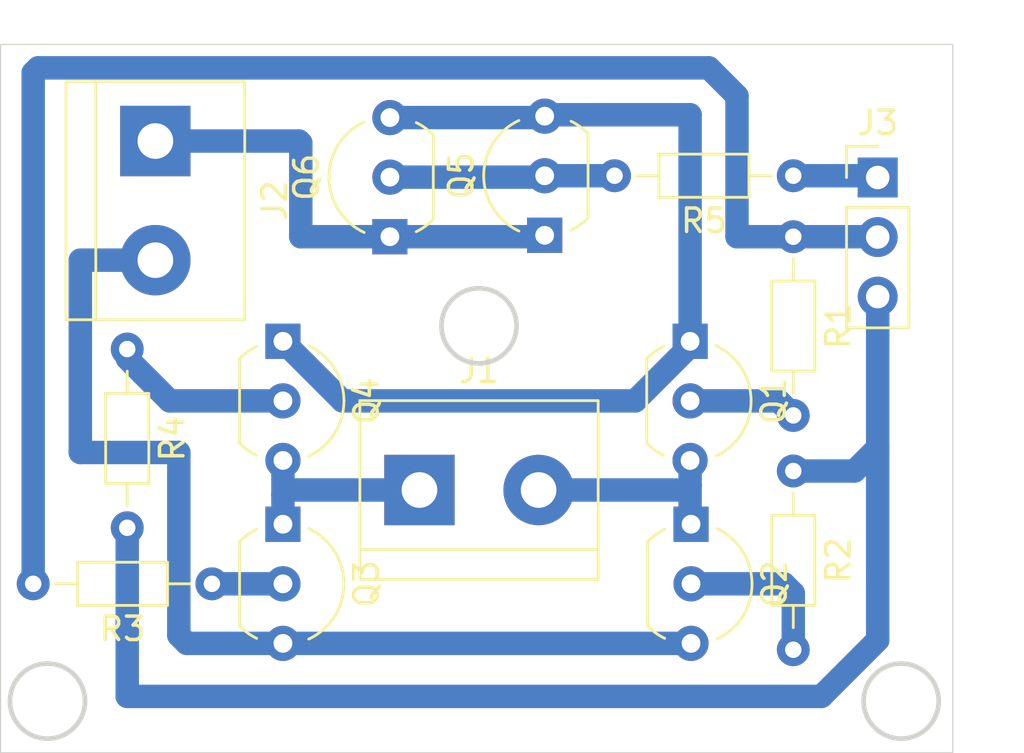
<source format=kicad_pcb>
(kicad_pcb (version 20240108) (generator "pcbnew") (generator_version "8.0")
  (layers (0 "F.Cu" signal) (31 "B.Cu" signal) (34 "B.Paste" user) (35 "F.Paste" user) (36 "B.SilkS" user "B.Silkscreen") (37 "F.SilkS" user "F.Silkscreen") (38 "B.Mask" user) (39 "F.Mask" user) (44 "Edge.Cuts" user))
  (net 0 "")
  (net 1 "Net-(J1-Pin_2)")
  (net 2 "Net-(J1-Pin_1)")
  (net 3 "VCC")
  (net 4 "GND")
  (net 5 "Net-(Q1-C)")
  (net 6 "Net-(Q1-B)")
  (net 7 "Net-(Q2-B)")
  (net 8 "Net-(Q3-B)")
  (net 9 "Net-(Q4-B)")
  (net 10 "Net-(Q5-B)")
  (net 11 "IN1")
  (net 12 "IN2")
  (net 13 "PWM")
  (footprint "Package_TO_SOT_THT:TO-92_Inline_Wide" (layer "F.Cu") (at 142.64 127.86 -90)
    (property "Reference" "Q3" (at 2.54 -3.56 90) (layer "F.SilkS"))
    (property "Value" "BC547")
    (fp_line (start 0.74 1.85) (end 4.34 1.85) (stroke (width 0.12)) (layer "F.SilkS"))
    (fp_arc (start 0.74 1.85) (mid 0.446097 1.509328) (end 0.215816 1.122795) (stroke (width 0.12)) (layer "F.SilkS"))
    (fp_arc (start 4.864184 1.122795) (mid 4.633903 1.509328) (end 4.34 1.85) (stroke (width 0.12)) (layer "F.SilkS"))
    (fp_arc (start 0.1836 -1.098807) (mid 1.143021 -2.192817) (end 2.54 -2.6) (stroke (width 0.12)) (layer "F.SilkS"))
    (fp_arc (start 2.54 -2.6) (mid 3.936979 -2.192818) (end 4.8964 -1.098807) (stroke (width 0.12)) (layer "F.SilkS"))
    (pad "1" thru_hole rect (at 0 0 270) (size 1.5 1.5) (drill 0.8) (layers "*.Cu" "*.Mask") (net 2 "Net-(J1-Pin_1)"))
    (pad "2" thru_hole circle (at 2.54 0 270) (size 1.5 1.5) (drill 0.8) (layers "*.Cu" "*.Mask") (net 8 "Net-(Q3-B)"))
    (pad "3" thru_hole circle (at 5.08 0 270) (size 1.5 1.5) (drill 0.8) (layers "*.Cu" "*.Mask") (net 4 "GND"))
  )
  (footprint "Resistor_THT:R_Axial_DIN0204_L3.6mm_D1.6mm_P7.62mm_Horizontal" (layer "F.Cu") (at 164.4 115.6 -90)
    (property "Reference" "R1" (at 3.81 -1.92 90) (layer "F.SilkS"))
    (property "Value" "2k2")
    (fp_line (start 1.89 0.92) (end 5.73 0.92) (stroke (width 0.12)) (layer "F.SilkS"))
    (fp_line (start 5.73 0.92) (end 5.73 -0.92) (stroke (width 0.12)) (layer "F.SilkS"))
    (fp_line (start 0.94 0) (end 1.89 0) (stroke (width 0.12)) (layer "F.SilkS"))
    (fp_line (start 6.68 0) (end 5.73 0) (stroke (width 0.12)) (layer "F.SilkS"))
    (fp_line (start 1.89 -0.92) (end 1.89 0.92) (stroke (width 0.12)) (layer "F.SilkS"))
    (fp_line (start 5.73 -0.92) (end 1.89 -0.92) (stroke (width 0.12)) (layer "F.SilkS"))
    (pad "1" thru_hole circle (at 0 0 270) (size 1.4 1.4) (drill 0.7) (layers "*.Cu" "*.Mask") (net 11 "IN1"))
    (pad "2" thru_hole oval (at 7.62 0 270) (size 1.4 1.4) (drill 0.7) (layers "*.Cu" "*.Mask") (net 6 "Net-(Q1-B)"))
  )
  (footprint "Resistor_THT:R_Axial_DIN0204_L3.6mm_D1.6mm_P7.62mm_Horizontal" (layer "F.Cu") (at 164.4 113 180)
    (property "Reference" "R5" (at 3.81 -1.92 180) (layer "F.SilkS"))
    (property "Value" "2k2")
    (fp_line (start 6.68 0) (end 5.73 0) (stroke (width 0.12)) (layer "F.SilkS"))
    (fp_line (start 5.73 0.92) (end 5.73 -0.92) (stroke (width 0.12)) (layer "F.SilkS"))
    (fp_line (start 5.73 -0.92) (end 1.89 -0.92) (stroke (width 0.12)) (layer "F.SilkS"))
    (fp_line (start 1.89 0.92) (end 5.73 0.92) (stroke (width 0.12)) (layer "F.SilkS"))
    (fp_line (start 1.89 -0.92) (end 1.89 0.92) (stroke (width 0.12)) (layer "F.SilkS"))
    (fp_line (start 0.94 0) (end 1.89 0) (stroke (width 0.12)) (layer "F.SilkS"))
    (pad "1" thru_hole circle (at 0 0 180) (size 1.4 1.4) (drill 0.7) (layers "*.Cu" "*.Mask") (net 13 "PWM"))
    (pad "2" thru_hole oval (at 7.62 0 180) (size 1.4 1.4) (drill 0.7) (layers "*.Cu" "*.Mask") (net 10 "Net-(Q5-B)"))
  )
  (footprint "Resistor_THT:R_Axial_DIN0204_L3.6mm_D1.6mm_P7.62mm_Horizontal" (layer "F.Cu") (at 139.61 130.4 180)
    (property "Reference" "R3" (at 3.81 -1.92 180) (layer "F.SilkS"))
    (property "Value" "2k2")
    (fp_line (start 6.68 0) (end 5.73 0) (stroke (width 0.12)) (layer "F.SilkS"))
    (fp_line (start 5.73 0.92) (end 5.73 -0.92) (stroke (width 0.12)) (layer "F.SilkS"))
    (fp_line (start 5.73 -0.92) (end 1.89 -0.92) (stroke (width 0.12)) (layer "F.SilkS"))
    (fp_line (start 1.89 0.92) (end 5.73 0.92) (stroke (width 0.12)) (layer "F.SilkS"))
    (fp_line (start 1.89 -0.92) (end 1.89 0.92) (stroke (width 0.12)) (layer "F.SilkS"))
    (fp_line (start 0.94 0) (end 1.89 0) (stroke (width 0.12)) (layer "F.SilkS"))
    (pad "1" thru_hole circle (at 0 0 180) (size 1.4 1.4) (drill 0.7) (layers "*.Cu" "*.Mask") (net 8 "Net-(Q3-B)"))
    (pad "2" thru_hole oval (at 7.62 0 180) (size 1.4 1.4) (drill 0.7) (layers "*.Cu" "*.Mask") (net 11 "IN1"))
  )
  (footprint "Resistor_THT:R_Axial_DIN0204_L3.6mm_D1.6mm_P7.62mm_Horizontal" (layer "F.Cu") (at 136 120.39 -90)
    (property "Reference" "R4" (at 3.81 -1.92 90) (layer "F.SilkS"))
    (property "Value" "2k2")
    (fp_line (start 1.89 0.92) (end 5.73 0.92) (stroke (width 0.12)) (layer "F.SilkS"))
    (fp_line (start 5.73 0.92) (end 5.73 -0.92) (stroke (width 0.12)) (layer "F.SilkS"))
    (fp_line (start 0.94 0) (end 1.89 0) (stroke (width 0.12)) (layer "F.SilkS"))
    (fp_line (start 6.68 0) (end 5.73 0) (stroke (width 0.12)) (layer "F.SilkS"))
    (fp_line (start 1.89 -0.92) (end 1.89 0.92) (stroke (width 0.12)) (layer "F.SilkS"))
    (fp_line (start 5.73 -0.92) (end 1.89 -0.92) (stroke (width 0.12)) (layer "F.SilkS"))
    (pad "1" thru_hole circle (at 0 0 270) (size 1.4 1.4) (drill 0.7) (layers "*.Cu" "*.Mask") (net 9 "Net-(Q4-B)"))
    (pad "2" thru_hole oval (at 7.62 0 270) (size 1.4 1.4) (drill 0.7) (layers "*.Cu" "*.Mask") (net 12 "IN2"))
  )
  (footprint "Package_TO_SOT_THT:TO-92_Inline_Wide" (layer "F.Cu") (at 160 120.06 -90)
    (property "Reference" "Q1" (at 2.54 -3.56 90) (layer "F.SilkS"))
    (property "Value" "BC547")
    (fp_line (start 0.74 1.85) (end 4.34 1.85) (stroke (width 0.12)) (layer "F.SilkS"))
    (fp_arc (start 0.74 1.85) (mid 0.446097 1.509328) (end 0.215816 1.122795) (stroke (width 0.12)) (layer "F.SilkS"))
    (fp_arc (start 4.864184 1.122795) (mid 4.633903 1.509328) (end 4.34 1.85) (stroke (width 0.12)) (layer "F.SilkS"))
    (fp_arc (start 0.1836 -1.098807) (mid 1.143021 -2.192817) (end 2.54 -2.6) (stroke (width 0.12)) (layer "F.SilkS"))
    (fp_arc (start 2.54 -2.6) (mid 3.936979 -2.192818) (end 4.8964 -1.098807) (stroke (width 0.12)) (layer "F.SilkS"))
    (pad "1" thru_hole rect (at 0 0 270) (size 1.5 1.5) (drill 0.8) (layers "*.Cu" "*.Mask") (net 5 "Net-(Q1-C)"))
    (pad "2" thru_hole circle (at 2.54 0 270) (size 1.5 1.5) (drill 0.8) (layers "*.Cu" "*.Mask") (net 6 "Net-(Q1-B)"))
    (pad "3" thru_hole circle (at 5.08 0 270) (size 1.5 1.5) (drill 0.8) (layers "*.Cu" "*.Mask") (net 1 "Net-(J1-Pin_2)"))
  )
  (footprint "Package_TO_SOT_THT:TO-92_Inline_Wide" (layer "F.Cu") (at 160.04 127.86 -90)
    (property "Reference" "Q2" (at 2.54 -3.56 90) (layer "F.SilkS"))
    (property "Value" "BC547")
    (fp_line (start 0.74 1.85) (end 4.34 1.85) (stroke (width 0.12)) (layer "F.SilkS"))
    (fp_arc (start 0.74 1.85) (mid 0.446097 1.509328) (end 0.215816 1.122795) (stroke (width 0.12)) (layer "F.SilkS"))
    (fp_arc (start 4.864184 1.122795) (mid 4.633903 1.509328) (end 4.34 1.85) (stroke (width 0.12)) (layer "F.SilkS"))
    (fp_arc (start 0.1836 -1.098807) (mid 1.143021 -2.192817) (end 2.54 -2.6) (stroke (width 0.12)) (layer "F.SilkS"))
    (fp_arc (start 2.54 -2.6) (mid 3.936979 -2.192818) (end 4.8964 -1.098807) (stroke (width 0.12)) (layer "F.SilkS"))
    (pad "1" thru_hole rect (at 0 0 270) (size 1.5 1.5) (drill 0.8) (layers "*.Cu" "*.Mask") (net 1 "Net-(J1-Pin_2)"))
    (pad "2" thru_hole circle (at 2.54 0 270) (size 1.5 1.5) (drill 0.8) (layers "*.Cu" "*.Mask") (net 7 "Net-(Q2-B)"))
    (pad "3" thru_hole circle (at 5.08 0 270) (size 1.5 1.5) (drill 0.8) (layers "*.Cu" "*.Mask") (net 4 "GND"))
  )
  (footprint "Package_TO_SOT_THT:TO-92_Inline_Wide" (layer "F.Cu") (at 153.8 115.54 90)
    (property "Reference" "Q5" (at 2.54 -3.56 270) (layer "F.SilkS"))
    (property "Value" "BC547")
    (fp_line (start 0.74 1.85) (end 4.34 1.85) (stroke (width 0.12)) (layer "F.SilkS"))
    (fp_arc (start 2.54 -2.6) (mid 3.936979 -2.192818) (end 4.8964 -1.098807) (stroke (width 0.12)) (layer "F.SilkS"))
    (fp_arc (start 0.1836 -1.098807) (mid 1.143021 -2.192817) (end 2.54 -2.6) (stroke (width 0.12)) (layer "F.SilkS"))
    (fp_arc (start 4.864184 1.122795) (mid 4.633903 1.509328) (end 4.34 1.85) (stroke (width 0.12)) (layer "F.SilkS"))
    (fp_arc (start 0.74 1.85) (mid 0.446097 1.509328) (end 0.215816 1.122795) (stroke (width 0.12)) (layer "F.SilkS"))
    (pad "1" thru_hole rect (at 0 0 90) (size 1.5 1.5) (drill 0.8) (layers "*.Cu" "*.Mask") (net 3 "VCC"))
    (pad "2" thru_hole circle (at 2.54 0 90) (size 1.5 1.5) (drill 0.8) (layers "*.Cu" "*.Mask") (net 10 "Net-(Q5-B)"))
    (pad "3" thru_hole circle (at 5.08 0 90) (size 1.5 1.5) (drill 0.8) (layers "*.Cu" "*.Mask") (net 5 "Net-(Q1-C)"))
  )
  (footprint "Connector_PinHeader_2.54mm:PinHeader_1x03_P2.54mm_Vertical" (layer "F.Cu") (at 168 113.075)
    (property "Reference" "J3" (at 0 -2.33 0) (layer "F.SilkS"))
    (property "Value" "Conn_01x03_Pin")
    (fp_line (start -1.33 -1.33) (end 0 -1.33) (stroke (width 0.12)) (layer "F.SilkS"))
    (fp_line (start -1.33 0) (end -1.33 -1.33) (stroke (width 0.12)) (layer "F.SilkS"))
    (fp_line (start -1.33 1.27) (end -1.33 6.41) (stroke (width 0.12)) (layer "F.SilkS"))
    (fp_line (start -1.33 1.27) (end 1.33 1.27) (stroke (width 0.12)) (layer "F.SilkS"))
    (fp_line (start -1.33 6.41) (end 1.33 6.41) (stroke (width 0.12)) (layer "F.SilkS"))
    (fp_line (start 1.33 1.27) (end 1.33 6.41) (stroke (width 0.12)) (layer "F.SilkS"))
    (pad "1" thru_hole rect (at 0 0) (size 1.7 1.7) (drill 1) (layers "*.Cu" "*.Mask") (net 13 "PWM"))
    (pad "2" thru_hole oval (at 0 2.54) (size 1.7 1.7) (drill 1) (layers "*.Cu" "*.Mask") (net 11 "IN1"))
    (pad "3" thru_hole oval (at 0 5.08) (size 1.7 1.7) (drill 1) (layers "*.Cu" "*.Mask") (net 12 "IN2"))
  )
  (footprint "Resistor_THT:R_Axial_DIN0204_L3.6mm_D1.6mm_P7.62mm_Horizontal" (layer "F.Cu") (at 164.4 125.59 -90)
    (property "Reference" "R2" (at 3.81 -1.92 90) (layer "F.SilkS"))
    (property "Value" "2k2")
    (fp_line (start 1.89 0.92) (end 5.73 0.92) (stroke (width 0.12)) (layer "F.SilkS"))
    (fp_line (start 5.73 0.92) (end 5.73 -0.92) (stroke (width 0.12)) (layer "F.SilkS"))
    (fp_line (start 0.94 0) (end 1.89 0) (stroke (width 0.12)) (layer "F.SilkS"))
    (fp_line (start 6.68 0) (end 5.73 0) (stroke (width 0.12)) (layer "F.SilkS"))
    (fp_line (start 1.89 -0.92) (end 1.89 0.92) (stroke (width 0.12)) (layer "F.SilkS"))
    (fp_line (start 5.73 -0.92) (end 1.89 -0.92) (stroke (width 0.12)) (layer "F.SilkS"))
    (pad "1" thru_hole circle (at 0 0 270) (size 1.4 1.4) (drill 0.7) (layers "*.Cu" "*.Mask") (net 12 "IN2"))
    (pad "2" thru_hole oval (at 7.62 0 270) (size 1.4 1.4) (drill 0.7) (layers "*.Cu" "*.Mask") (net 7 "Net-(Q2-B)"))
  )
  (footprint "TerminalBlock:TerminalBlock_bornier-2_P5.08mm" (layer "F.Cu") (at 137.2 111.52 -90)
    (property "Reference" "J2" (at 2.54 -5.08 90) (layer "F.SilkS"))
    (property "Value" "Screw_Terminal_01x02")
    (fp_line (start -2.54 3.81) (end 7.62 3.81) (stroke (width 0.12)) (layer "F.SilkS"))
    (fp_line (start 7.62 3.81) (end 7.62 -3.81) (stroke (width 0.12)) (layer "F.SilkS"))
    (fp_line (start 7.62 2.54) (end -2.54 2.54) (stroke (width 0.12)) (layer "F.SilkS"))
    (fp_line (start -2.54 -3.81) (end -2.54 3.81) (stroke (width 0.12)) (layer "F.SilkS"))
    (fp_line (start 7.62 -3.81) (end -2.54 -3.81) (stroke (width 0.12)) (layer "F.SilkS"))
    (pad "1" thru_hole rect (at 0 0 270) (size 3 3) (drill 1.52) (layers "*.Cu" "*.Mask") (net 3 "VCC"))
    (pad "2" thru_hole circle (at 5.08 0 270) (size 3 3) (drill 1.52) (layers "*.Cu" "*.Mask") (net 4 "GND"))
  )
  (footprint "Package_TO_SOT_THT:TO-92_Inline_Wide" (layer "F.Cu") (at 142.64 120.06 -90)
    (property "Reference" "Q4" (at 2.54 -3.56 90) (layer "F.SilkS"))
    (property "Value" "BC547")
    (fp_line (start 0.74 1.85) (end 4.34 1.85) (stroke (width 0.12)) (layer "F.SilkS"))
    (fp_arc (start 0.74 1.85) (mid 0.446097 1.509328) (end 0.215816 1.122795) (stroke (width 0.12)) (layer "F.SilkS"))
    (fp_arc (start 4.864184 1.122795) (mid 4.633903 1.509328) (end 4.34 1.85) (stroke (width 0.12)) (layer "F.SilkS"))
    (fp_arc (start 0.1836 -1.098807) (mid 1.143021 -2.192817) (end 2.54 -2.6) (stroke (width 0.12)) (layer "F.SilkS"))
    (fp_arc (start 2.54 -2.6) (mid 3.936979 -2.192818) (end 4.8964 -1.098807) (stroke (width 0.12)) (layer "F.SilkS"))
    (pad "1" thru_hole rect (at 0 0 270) (size 1.5 1.5) (drill 0.8) (layers "*.Cu" "*.Mask") (net 5 "Net-(Q1-C)"))
    (pad "2" thru_hole circle (at 2.54 0 270) (size 1.5 1.5) (drill 0.8) (layers "*.Cu" "*.Mask") (net 9 "Net-(Q4-B)"))
    (pad "3" thru_hole circle (at 5.08 0 270) (size 1.5 1.5) (drill 0.8) (layers "*.Cu" "*.Mask") (net 2 "Net-(J1-Pin_1)"))
  )
  (footprint "Package_TO_SOT_THT:TO-92_Inline_Wide" (layer "F.Cu") (at 147.2 115.6 90)
    (property "Reference" "Q6" (at 2.54 -3.56 270) (layer "F.SilkS"))
    (property "Value" "BC547")
    (fp_line (start 0.74 1.85) (end 4.34 1.85) (stroke (width 0.12)) (layer "F.SilkS"))
    (fp_arc (start 2.54 -2.6) (mid 3.936979 -2.192818) (end 4.8964 -1.098807) (stroke (width 0.12)) (layer "F.SilkS"))
    (fp_arc (start 0.1836 -1.098807) (mid 1.143021 -2.192817) (end 2.54 -2.6) (stroke (width 0.12)) (layer "F.SilkS"))
    (fp_arc (start 4.864184 1.122795) (mid 4.633903 1.509328) (end 4.34 1.85) (stroke (width 0.12)) (layer "F.SilkS"))
    (fp_arc (start 0.74 1.85) (mid 0.446097 1.509328) (end 0.215816 1.122795) (stroke (width 0.12)) (layer "F.SilkS"))
    (pad "1" thru_hole rect (at 0 0 90) (size 1.5 1.5) (drill 0.8) (layers "*.Cu" "*.Mask") (net 3 "VCC"))
    (pad "2" thru_hole circle (at 2.54 0 90) (size 1.5 1.5) (drill 0.8) (layers "*.Cu" "*.Mask") (net 10 "Net-(Q5-B)"))
    (pad "3" thru_hole circle (at 5.08 0 90) (size 1.5 1.5) (drill 0.8) (layers "*.Cu" "*.Mask") (net 5 "Net-(Q1-C)"))
  )
  (footprint "TerminalBlock:TerminalBlock_bornier-2_P5.08mm" (layer "F.Cu") (at 148.46 126.4)
    (property "Reference" "J1" (at 2.54 -5.08 0) (layer "F.SilkS"))
    (property "Value" "Screw_Terminal_01x02")
    (fp_line (start -2.54 -3.81) (end -2.54 3.81) (stroke (width 0.12)) (layer "F.SilkS"))
    (fp_line (start -2.54 3.81) (end 7.62 3.81) (stroke (width 0.12)) (layer "F.SilkS"))
    (fp_line (start 7.62 -3.81) (end -2.54 -3.81) (stroke (width 0.12)) (layer "F.SilkS"))
    (fp_line (start 7.62 2.54) (end -2.54 2.54) (stroke (width 0.12)) (layer "F.SilkS"))
    (fp_line (start 7.62 3.81) (end 7.62 -3.81) (stroke (width 0.12)) (layer "F.SilkS"))
    (pad "1" thru_hole rect (at 0 0) (size 3 3) (drill 1.52) (layers "*.Cu" "*.Mask") (net 2 "Net-(J1-Pin_1)"))
    (pad "2" thru_hole circle (at 5.08 0) (size 3 3) (drill 1.52) (layers "*.Cu" "*.Mask") (net 1 "Net-(J1-Pin_2)"))
  )
  (gr_rect (start 130.6 107.4) (end 171.2 137.6) (stroke (width 0.05)) (fill none) (layer "Edge.Cuts"))
  (gr_circle (center 132.6 135.4) (end 134.2 135.4) (stroke (width 0.2)) (fill none) (layer "Edge.Cuts"))
  (gr_circle (center 151 119.4) (end 152.6 119.4) (stroke (width 0.2)) (fill none) (layer "Edge.Cuts"))
  (gr_circle (center 169 135.4) (end 170.6 135.4) (stroke (width 0.2)) (fill none) (layer "Edge.Cuts"))
  (segment (start 160 125.14) (end 160 126.2) (width 1) (layer "B.Cu") (net 1))
  (segment (start 160 127.82) (end 160.04 127.86) (width 1) (layer "B.Cu") (net 1))
  (segment (start 160 126.2) (end 160 127.82) (width 1) (layer "B.Cu") (net 1))
  (segment (start 153.54 126.4) (end 159.8 126.4) (width 1) (layer "B.Cu") (net 1))
  (segment (start 159.8 126.4) (end 160 126.2) (width 1) (layer "B.Cu") (net 1))
  (segment (start 142.64 125.14) (end 142.64 126.6) (width 1) (layer "B.Cu") (net 2))
  (segment (start 142.64 126.6) (end 142.64 127.86) (width 1) (layer "B.Cu") (net 2))
  (segment (start 142.84 126.4) (end 142.64 126.6) (width 1) (layer "B.Cu") (net 2))
  (segment (start 148.46 126.4) (end 142.84 126.4) (width 1) (layer "B.Cu") (net 2))
  (segment (start 147.2 115.6) (end 143.4 115.6) (width 1) (layer "B.Cu") (net 3))
  (segment (start 143.4 115.6) (end 143.4 111.6) (width 1) (layer "B.Cu") (net 3))
  (segment (start 147.2 115.6) (end 153.6 115.6) (width 1) (layer "B.Cu") (net 3))
  (segment (start 143.4 111.6) (end 143.32 111.52) (width 1) (layer "B.Cu") (net 3))
  (segment (start 143.32 111.52) (end 137.2 111.52) (width 1) (layer "B.Cu") (net 3))
  (segment (start 134 124.8) (end 138.2 124.8) (width 1) (layer "B.Cu") (net 4))
  (segment (start 137.2 116.6) (end 134 116.6) (width 1) (layer "B.Cu") (net 4))
  (segment (start 142.64 132.94) (end 160.04 132.94) (width 1) (layer "B.Cu") (net 4))
  (segment (start 138.54 132.94) (end 142.64 132.94) (width 1) (layer "B.Cu") (net 4))
  (segment (start 134 116.6) (end 134 124.8) (width 1) (layer "B.Cu") (net 4))
  (segment (start 138.2 124.8) (end 138.2 132.6) (width 1) (layer "B.Cu") (net 4))
  (segment (start 138.2 132.6) (end 138.54 132.94) (width 1) (layer "B.Cu") (net 4))
  (segment (start 145.18 122.6) (end 157.66 122.6) (width 1) (layer "B.Cu") (net 5))
  (segment (start 157.66 122.6) (end 160.2 120.06) (width 1) (layer "B.Cu") (net 5))
  (segment (start 160 120.06) (end 160 110.4) (width 1) (layer "B.Cu") (net 5))
  (segment (start 142.64 120.06) (end 145.18 122.6) (width 1) (layer "B.Cu") (net 5))
  (segment (start 153.86 110.4) (end 153.8 110.46) (width 1) (layer "B.Cu") (net 5))
  (segment (start 147.2 110.52) (end 153.6 110.52) (width 1) (layer "B.Cu") (net 5))
  (segment (start 160 110.4) (end 153.86 110.4) (width 1) (layer "B.Cu") (net 5))
  (segment (start 163.78 122.6) (end 164.4 123.22) (width 1) (layer "B.Cu") (net 6))
  (segment (start 160 122.6) (end 163.78 122.6) (width 1) (layer "B.Cu") (net 6))
  (segment (start 164.4 130.8) (end 164.4 133.21) (width 1) (layer "B.Cu") (net 7))
  (segment (start 164 130.4) (end 164.4 130.8) (width 1) (layer "B.Cu") (net 7))
  (segment (start 160.04 130.4) (end 164 130.4) (width 1) (layer "B.Cu") (net 7))
  (segment (start 142.64 130.4) (end 139.61 130.4) (width 1) (layer "B.Cu") (net 8))
  (segment (start 142.64 122.6) (end 137.81 122.6) (width 1) (layer "B.Cu") (net 9))
  (segment (start 137.81 122.6) (end 136 120.79) (width 1) (layer "B.Cu") (net 9))
  (segment (start 153.6 113.06) (end 147.2 113.06) (width 1) (layer "B.Cu") (net 10))
  (segment (start 153.8 113) (end 156.79 113) (width 1) (layer "B.Cu") (net 10))
  (segment (start 131.99 108.61) (end 131.99 130.4) (width 1) (layer "B.Cu") (net 11))
  (segment (start 167.985 115.6) (end 168 115.615) (width 1) (layer "B.Cu") (net 11))
  (segment (start 162 109.6) (end 160.8 108.4) (width 1) (layer "B.Cu") (net 11))
  (segment (start 160.8 108.4) (end 132.2 108.4) (width 1) (layer "B.Cu") (net 11))
  (segment (start 164.4 115.6) (end 167.985 115.6) (width 1) (layer "B.Cu") (net 11))
  (segment (start 164.4 115.6) (end 162 115.6) (width 1) (layer "B.Cu") (net 11))
  (segment (start 132.2 108.4) (end 131.99 108.61) (width 1) (layer "B.Cu") (net 11))
  (segment (start 162 115.6) (end 162 109.6) (width 1) (layer "B.Cu") (net 11))
  (segment (start 167.01 125.59) (end 168 124.6) (width 1) (layer "B.Cu") (net 12))
  (segment (start 136 135.2) (end 165.6 135.2) (width 1) (layer "B.Cu") (net 12))
  (segment (start 168 124.6) (end 168 118.155) (width 1) (layer "B.Cu") (net 12))
  (segment (start 164.4 125.59) (end 167.01 125.59) (width 1) (layer "B.Cu") (net 12))
  (segment (start 136 128.01) (end 136 135.2) (width 1) (layer "B.Cu") (net 12))
  (segment (start 168 132.8) (end 168 124.6) (width 1) (layer "B.Cu") (net 12))
  (segment (start 165.6 135.2) (end 168 132.8) (width 1) (layer "B.Cu") (net 12))
  (segment (start 167.925 113) (end 168 113.075) (width 1) (layer "B.Cu") (net 13))
  (segment (start 164.4 113) (end 167.925 113) (width 1) (layer "B.Cu") (net 13))
)
</source>
